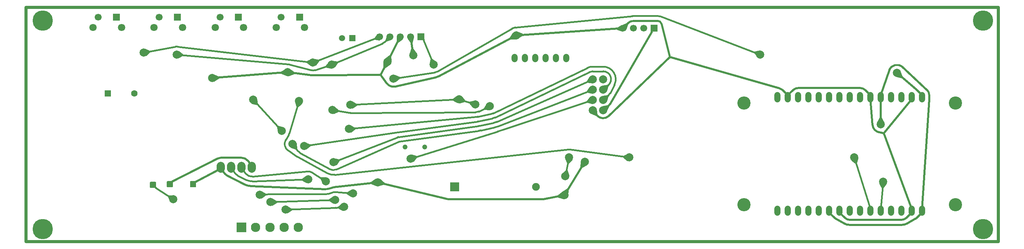
<source format=gbr>
%FSLAX44Y44*%
%OFA0.0000B0.0000*%
%SFA1B1*%
%MOMM*%
%AMFRECTNOHOLE10*
21,1,2.3000,2.3000,0.0000,0.0000,0*
%
%AMFRECTNOHOLE11*
21,1,1.7000,1.7000,0.0000,0.0000,0*
%
%AMFRECTNOHOLE12*
21,1,2.2000,2.2000,0.0000,0.0000,0*
%
%AMFRECTNOHOLE13*
21,1,1.6000,1.6000,0.0000,0.0000,0*
%
%AMFRECTNOHOLE14*
21,1,1.5000,1.5000,0.0000,0.0000,0*
%
%ADD10FRECTNOHOLE10*%
%ADD11FRECTNOHOLE11*%
%ADD12FRECTNOHOLE12*%
%ADD13FRECTNOHOLE13*%
%ADD14FRECTNOHOLE14*%
%ADD15C,0.7620X0.0000*%
%ADD16C,0.5000X0.0000*%
%ADD17C,0.4000X0.0000*%
%ADD18C,2.0000X0.0000*%
%ADD19C,0.0000X0.0000*%
%ADD20C,2.3000X0.0000*%
%ADD21C,1.7000X0.0000*%
%ADD22C,1.9000X0.0000*%
%ADD23C,1.6000X0.0000*%
%ADD24C,5.0000X0.0000*%
%ADD25C,1.5000X0.0000*%
%ADD26C,1.8000X0.0000*%
%ADD27C,3.2500X0.0000*%
%ADD28C,1.2192X0.0000*%
%LNÂåðõíèé0*%
%LPD*%
G36*
X281734Y-85265D2*
X270724Y-85265D1*
X270208Y-85197D1*
X269727Y-84998D1*
X269313Y-84681D1*
X268996Y-84267D1*
X268797Y-83786D1*
X268729Y-83270D1*
X268729Y-72260D1*
X268797Y-71744D1*
X268996Y-71263D1*
X269313Y-70849D1*
X269727Y-70532D1*
X270208Y-70333D1*
X270724Y-70265D1*
X281734Y-70265D1*
X282250Y-70333D1*
X282731Y-70532D1*
X283145Y-70849D1*
X283462Y-71263D1*
X283661Y-71744D1*
X283729Y-72260D1*
X283729Y-83270D1*
X283661Y-83786D1*
X283462Y-84267D1*
X283145Y-84681D1*
X282731Y-84998D1*
X282250Y-85197D1*
X281734Y-85265D1*
G37*
%LNÂåðõíèé1*%
%LPD*%
G36*
X311999Y-68677D2*
X323009Y-68677D1*
X323525Y-68745D1*
X324006Y-68944D1*
X324420Y-69261D1*
X324737Y-69675D1*
X324936Y-70156D1*
X325004Y-70672D1*
X325004Y-81682D1*
X324936Y-82198D1*
X324737Y-82679D1*
X324420Y-83093D1*
X324006Y-83410D1*
X323525Y-83609D1*
X323009Y-83677D1*
X311999Y-83677D1*
X311483Y-83609D1*
X311002Y-83410D1*
X310588Y-83093D1*
X310271Y-82679D1*
X310072Y-82198D1*
X310004Y-81682D1*
X310004Y-70672D1*
X310072Y-70156D1*
X310271Y-69675D1*
X310588Y-69261D1*
X311002Y-68944D1*
X311483Y-68745D1*
X311999Y-68677D1*
G37*
%LNÂåðõíèé2*%
%LPD*%
G36*
X380159Y-83677D2*
X369149Y-83677D1*
X368633Y-83609D1*
X368152Y-83410D1*
X367738Y-83093D1*
X367421Y-82679D1*
X367222Y-82198D1*
X367154Y-81682D1*
X367154Y-70672D1*
X367222Y-70156D1*
X367421Y-69675D1*
X367738Y-69261D1*
X368152Y-68944D1*
X368633Y-68745D1*
X369149Y-68677D1*
X380159Y-68677D1*
X380675Y-68745D1*
X381156Y-68944D1*
X381570Y-69261D1*
X381887Y-69675D1*
X382086Y-70156D1*
X382154Y-70672D1*
X382154Y-81682D1*
X382086Y-82198D1*
X381887Y-82679D1*
X381570Y-83093D1*
X381156Y-83410D1*
X380675Y-83609D1*
X380159Y-83677D1*
G37*
%LNÂåðõíèé*%
%LPD*%
G54D10*
X493569Y-182887D3*
G54D11*
X636393Y335196D3*
X486393Y335196D3*
X336393Y335196D3*
X186393Y335196D3*
X1508129Y307998D3*
X935041Y287272D3*
G54D12*
X1017591Y-82527D3*
G54D13*
X165104Y147660D3*
G54D14*
X766318Y284036D3*
G54D15*
X2353543Y-217554D2*
X2353543Y-217554D1*
X2353543Y359746D2*
X2353543Y-217554D1*
X-36107Y359746D2*
X2353543Y359746D1*
X-36107Y-217554D2*
X-36107Y359746D1*
X2353543Y-217554D2*
X-36107Y-217554D1*
G54D16*
X2152942Y156712D2*
X2104887Y197977D1*
G75*
G01X2153598Y156119D2*
G03X2152942Y156712I-12057J-12684D1*
G74*
X2166941Y143435D2*
X2153598Y156119D1*
X2166941Y138435D2*
X2166941Y143435D1*
X2039941Y143435D2*
X2039941Y138435D1*
X2026598Y156119D2*
X2039941Y143435D1*
G75*
G01X2026598Y156119D2*
G03X2014541Y160935I-12057J-12684D1*
G74*
X1862141Y160935D2*
X2014541Y160935D1*
G75*
G01X1862141Y160935D2*
G03X1850084Y156119I0J-17500D1*
G74*
X1836741Y143435D2*
X1850084Y156119D1*
X1836741Y138435D2*
X1836741Y143435D1*
X519275Y-30984D2*
X519275Y-34484D1*
X509623Y-18655D2*
X519275Y-30984D1*
G75*
G01X509623Y-18655D2*
G03X493875Y-10984I-15748J-12329D1*
G74*
X443075Y-10984D2*
X493875Y-10984D1*
G75*
G01X443075Y-10984D2*
G03X433999Y-13162I0J-20000D1*
G74*
X324302Y-69028D2*
X433999Y-13162D1*
G75*
G01X324302Y-69028D2*
G03X324215Y-69100I118J-233D1*
G74*
X324213Y-69102D2*
X324215Y-69100D1*
X317504Y-76177D2*
X324213Y-69102D1*
X852467Y225617D2*
X835803Y193216D1*
X2061599Y51654D2*
X2072979Y49690D1*
G75*
G01X2045065Y69759D2*
G03X2061599Y51654I19936J1604D1*
G74*
X2039941Y133435D2*
X2045065Y69759D1*
X2039941Y138435D2*
X2039941Y133435D1*
X2080369Y58564D2*
X2072979Y49690D1*
G75*
G01X2080369Y58564D2*
G03X2080489Y58709I-15368J12799D1*
G74*
X2141541Y133435D2*
X2080489Y58709D1*
X2141541Y138435D2*
X2141541Y133435D1*
X2141541Y-146565D2*
X2141541Y-141565D1*
X2128198Y-159249D2*
X2141541Y-146565D1*
G75*
G01X2116141Y-164065D2*
G03X2128198Y-159249I0J17500D1*
G74*
X1989141Y-164065D2*
X2116141Y-164065D1*
G75*
G01X1977084Y-159249D2*
G03X1989141Y-164065I12057J12684D1*
G74*
X1963741Y-146565D2*
X1977084Y-159249D1*
X1963741Y-141565D2*
X1963741Y-146565D1*
X1816150Y160261D2*
X1546768Y237253D1*
G75*
G01X1823398Y156119D2*
G03X1816150Y160261I-12057J-12684D1*
G74*
X1836741Y143435D2*
X1823398Y156119D1*
X1836741Y138435D2*
X1836741Y143435D1*
X851113Y172310D2*
X835803Y193216D1*
G75*
G01X851113Y172310D2*
G03X871698Y164628I16136J11817D1*
G74*
X972692Y187672D2*
X871698Y164628D1*
G75*
G01X972692Y187672D2*
G03X980488Y190578I-7007J30711D1*
G74*
X1168891Y290880D2*
X980488Y190578D1*
X669531Y192165D2*
X835803Y193216D1*
G75*
G01X665364Y192415D2*
G03X669531Y192165I3968J31249D1*
G74*
X607411Y199774D2*
X665364Y192415D1*
X2141541Y-136565D2*
X2072979Y49690D1*
X2141541Y-141565D2*
X2141541Y-136565D1*
X421500Y185621D2*
X607411Y199774D1*
X884241Y287272D2*
X852467Y225617D1*
X1526330Y318926D2*
X1546768Y237253D1*
G75*
G01X1526330Y318926D2*
G03X1516629Y326498I-9701J-2428D1*
G74*
X1457329Y326498D2*
X1516629Y326498D1*
G75*
G01X1457329Y326498D2*
G03X1443855Y320674I0J-18500D1*
G74*
X1431929Y307998D2*
X1443855Y320674D1*
X1396621Y92010D2*
X1546768Y237253D1*
G75*
G01X1366968Y94056D2*
G03X1396621Y92010I15748J12329D1*
G74*
X1357316Y106385D2*
X1366968Y94056D1*
X1431929Y307998D2*
X1168891Y290880D1*
X2065341Y133435D2*
X2065001Y71363D1*
X2065341Y138435D2*
X2065341Y133435D1*
X2065341Y143435D2*
X2065341Y138435D1*
X2085940Y204381D2*
X2065341Y143435D1*
G75*
G01X2118539Y212593D2*
G03X2085940Y204381I-13652J-14616D1*
G74*
X2178887Y156224D2*
X2118539Y212593D1*
G75*
G01X2184441Y143435D2*
G03X2178887Y156224I-17500J0D1*
G74*
X2184441Y133435D2*
X2184441Y143435D1*
G75*
G01X2184404Y132301D2*
G03X2184441Y133435I-17463J1134D1*
G74*
X2166941Y-136565D2*
X2184404Y132301D1*
X2166941Y-141565D2*
X2166941Y-136565D1*
X2166941Y-146565D2*
X2166941Y-141565D1*
X2153598Y-159249D2*
X2166941Y-146565D1*
G75*
G01X2150153Y-161799D2*
G03X2153598Y-159249I-8612J15234D1*
G74*
X2130905Y-172681D2*
X2150153Y-161799D1*
G75*
G01X2116141Y-176565D2*
G03X2130905Y-172681I0J30000D1*
G74*
X1989141Y-176565D2*
X2116141Y-176565D1*
G75*
G01X1974377Y-172681D2*
G03X1989141Y-176565I14764J26116D1*
G74*
X1955129Y-161799D2*
X1974377Y-172681D1*
G75*
G01X1951684Y-159249D2*
G03X1955129Y-161799I12057J12684D1*
G74*
X1938341Y-146565D2*
X1951684Y-159249D1*
X1938341Y-141565D2*
X1938341Y-146565D1*
X909641Y287272D2*
X916193Y241648D1*
X1395045Y116037D2*
X1382716Y106385D1*
G75*
G01X1395045Y116037D2*
G03X1400042Y121794I-12329J15748D1*
G74*
X1501795Y298249D2*
X1400042Y121794D1*
G75*
G01X1501795Y298249D2*
G03X1502129Y299498I-2166J1249D1*
G74*
X1502129Y301998D2*
X1502129Y299498D1*
X1508129Y307998D2*
X1502129Y301998D1*
X443075Y-37984D2*
X443075Y-34484D1*
X382007Y-69905D2*
X443075Y-37984D1*
X382002Y-69907D2*
X382007Y-69905D1*
X381986Y-69915D2*
X382002Y-69907D1*
X374654Y-76177D2*
X381986Y-69915D1*
X1001998Y-113130D2*
X828657Y-71318D1*
G75*
G01X1001998Y-113130D2*
G03X1002585Y-113200I587J2435D1*
G74*
X1235573Y-113200D2*
X1002585Y-113200D1*
G75*
G01X1235573Y-113200D2*
G03X1236038Y-113156I0J2505D1*
G74*
X1287483Y-103435D2*
X1236038Y-113156D1*
X443075Y-37984D2*
X443075Y-34484D1*
X452727Y-50313D2*
X443075Y-37984D1*
G75*
G01X452727Y-50313D2*
G03X459420Y-55817I15748J12329D1*
G74*
X499806Y-76324D2*
X459420Y-55817D1*
G75*
G01X499806Y-76324D2*
G03X517393Y-80943I19469J38340D1*
G74*
X700415Y-88960D2*
X517393Y-80943D1*
G75*
G01X700415Y-88960D2*
G03X710052Y-86935I868J19812D1*
G74*
X710265Y-86830D2*
X710052Y-86935D1*
G75*
G01X720466Y-83824D2*
G03X710265Y-86830I3578J-30956D1*
G74*
X828657Y-71318D2*
X720466Y-83824D1*
X1337428Y-20959D2*
X1287483Y-103435D1*
X2117026Y187553D2*
X2103238Y190661D1*
X2117026Y187553D2*
X2111870Y200713D1*
X845149Y211389D2*
X844968Y225521D1*
X845149Y211389D2*
X856750Y219461D1*
X1154768Y283361D2*
X1162675Y295076D1*
X1154768Y283361D2*
X1168901Y283380D1*
X623284Y197758D2*
X610064Y192759D1*
X623284Y197758D2*
X611734Y205903D1*
X591457Y198559D2*
X603402Y206113D1*
X591457Y198559D2*
X604408Y192901D1*
X437454Y186836D2*
X425509Y179282D1*
X437454Y186836D2*
X424503Y192494D1*
X859797Y239839D2*
X859967Y225707D1*
X859797Y239839D2*
X848189Y231777D1*
X877644Y274472D2*
X878248Y287549D1*
X877644Y274472D2*
X887944Y282551D1*
X1441796Y318486D2*
X1437615Y306082D1*
X1441796Y318486D2*
X1429669Y313556D1*
X1366968Y94056D2*
X1354347Y99498D1*
X1366968Y94056D2*
X1364715Y107614D1*
X1184857Y291919D2*
X1172829Y284497D1*
X1184857Y291919D2*
X1171969Y297719D1*
X1417559Y307063D2*
X1429080Y313279D1*
X1417559Y307063D2*
X1429788Y302393D1*
X2065089Y87363D2*
X2071645Y74843D1*
X2065089Y87363D2*
X2058395Y74915D1*
X913919Y257486D2*
X922251Y246070D1*
X913919Y257486D2*
X909135Y244186D1*
X911688Y273018D2*
X904597Y284022D1*
X911688Y273018D2*
X915395Y285572D1*
X1395045Y116037D2*
X1389603Y103416D1*
X1395045Y116037D2*
X1381487Y113784D1*
X844211Y-75070D2*
X830521Y-78582D1*
X844211Y-75070D2*
X833629Y-65702D1*
X1271761Y-106406D2*
X1282798Y-97578D1*
X1271761Y-106406D2*
X1285258Y-110598D1*
X812763Y-73155D2*
X824404Y-65141D1*
X812763Y-73155D2*
X825926Y-78303D1*
X1295771Y-89749D2*
X1294971Y-103860D1*
X1295771Y-89749D2*
X1283637Y-96996D1*
X1329140Y-34645D2*
X1329940Y-20534D1*
X1329140Y-34645D2*
X1341274Y-27398D1*
G54D17*
X592979Y55182D2*
X522029Y131898D1*
X668092Y-47853D2*
X701283Y-69148D1*
G75*
G01X668092Y-47853D2*
G03X655753Y-44850I-10530J-16413D1*
G74*
X521084Y-57400D2*
X655753Y-44850D1*
G75*
G01X504305Y-50479D2*
G03X521084Y-57400I14970J12495D1*
G74*
X493875Y-37984D2*
X504305Y-50479D1*
X493875Y-34484D2*
X493875Y-37984D1*
X520336Y-68966D2*
X657562Y-64266D1*
G75*
G01X505240Y-65625D2*
G03X520336Y-68966I14035J27641D1*
G74*
X485046Y-55371D2*
X505240Y-65625D1*
G75*
G01X478905Y-50479D2*
G03X485046Y-55371I14970J12495D1*
G74*
X468475Y-37984D2*
X478905Y-50479D1*
X468475Y-34484D2*
X468475Y-37984D1*
X2065341Y-136565D2*
X2070736Y-70315D1*
X2065341Y-141565D2*
X2065341Y-136565D1*
X1298913Y-10136D2*
X1289790Y-56761D1*
X1077075Y103044D2*
X1104030Y116266D1*
G75*
G01X1068573Y101051D2*
G03X1077075Y103044I-86J19500D1*
G74*
X761562Y99690D2*
X1068573Y101051D1*
G75*
G01X758181Y99970D2*
G03X761562Y99690I3295J19220D1*
G74*
X717230Y106991D2*
X758181Y99970D1*
X761476Y119190D2*
X1028629Y133459D1*
X1028629Y133459D2*
X1068487Y120551D1*
X2039941Y-136565D2*
X1999705Y-10251D1*
X2039941Y-141565D2*
X2039941Y-136565D1*
X1524485Y337048D2*
X1769050Y243553D1*
G75*
G01X1524485Y337048D2*
G03X1516629Y338498I-7856J-20550D1*
G74*
X1457329Y338498D2*
X1516629Y338498D1*
G75*
G01X1457329Y338498D2*
G03X1454364Y338354I0J-30500D1*
G74*
X1166996Y310288D2*
X1454364Y338354D1*
G75*
G01X1166996Y310288D2*
G03X1159127Y307759I1895J-19408D1*
G74*
X975449Y201504D2*
X1159127Y307759D1*
G75*
G01X968535Y199092D2*
G03X975449Y201504I-2850J19291D1*
G74*
X867249Y184127D2*
X968535Y199092D1*
X631983Y6056D2*
X619373Y23020D1*
G75*
G01X631983Y6056D2*
G03X638220Y612I15650J11634D1*
G74*
X710264Y-39096D2*
X638220Y612D1*
G75*
G01X710264Y-39096D2*
G03X727619Y-39827I9413J17078D1*
G74*
X881276Y28694D2*
X727619Y-39827D1*
G75*
G01X881821Y28849D2*
G03X881276Y28694I272J-1986D1*
G74*
X1077383Y55658D2*
X881821Y28849D1*
G75*
G01X1077383Y55658D2*
G03X1081952Y56450I-8896J64893D1*
G74*
X1115131Y63419D2*
X1081952Y56450D1*
G75*
G01X1115131Y63419D2*
G03X1123669Y65964I-11101J52847D1*
G74*
X1357316Y157185D2*
X1123669Y65964D1*
X878458Y51602D2*
X647633Y17690D1*
G75*
G01X878697Y51636D2*
G03X878458Y51602I3396J-24773D1*
G74*
X1074259Y78445D2*
X878697Y51636D1*
G75*
G01X1074259Y78445D2*
G03X1077224Y78959I-5772J42106D1*
G74*
X1110403Y85928D2*
X1077224Y78959D1*
G75*
G01X1110403Y85928D2*
G03X1117519Y88355I-6373J30338D1*
G74*
X1348831Y200142D2*
X1117519Y88355D1*
G75*
G01X1357316Y202085D2*
G03X1348831Y200142I0J-19500D1*
G74*
X1382716Y202085D2*
X1357316Y202085D1*
G75*
G01X1395211Y167615D2*
G03X1382716Y202085I-12495J14970D1*
G74*
X1382716Y157185D2*
X1395211Y167615D1*
X877184Y39444D2*
X719677Y-22018D1*
G75*
G01X880259Y40243D2*
G03X877184Y39444I1834J-13380D1*
G74*
X1075821Y67051D2*
X880259Y40243D1*
G75*
G01X1075821Y67051D2*
G03X1079588Y67704I-7334J53500D1*
G74*
X1112767Y74674D2*
X1079588Y67704D1*
G75*
G01X1112767Y74674D2*
G03X1121326Y77445I-8737J41592D1*
G74*
X1357316Y182585D2*
X1121326Y77445D1*
X1071398Y89688D2*
X757595Y60095D1*
G75*
G01X1071398Y89688D2*
G03X1074860Y90213I-2911J30863D1*
G74*
X1108039Y97182D2*
X1074860Y90213D1*
G75*
G01X1108039Y97182D2*
G03X1112515Y98709I-4009J19084D1*
G74*
X1343827Y210496D2*
X1112515Y98709D1*
G75*
G01X1357316Y213585D2*
G03X1343827Y210496I0J-31000D1*
G74*
X1382716Y213585D2*
X1357316Y213585D1*
G75*
G01X1410357Y168550D2*
G03X1382716Y213585I-27641J14035D1*
G74*
X1400103Y148356D2*
X1410357Y168550D1*
G75*
G01X1395211Y142215D2*
G03X1400103Y148356I-12495J14970D1*
G74*
X1382716Y131785D2*
X1395211Y142215D1*
X1123542Y53740D2*
X909742Y-12979D1*
G75*
G01X1123542Y53740D2*
G03X1124775Y54138I-19512J62526D1*
G74*
X1357316Y131785D2*
X1124775Y54138D1*
X941686Y278025D2*
X965685Y218383D1*
G75*
G01X941541Y278772D2*
G03X941686Y278025I2000J0D1*
G74*
X941541Y280772D2*
X941541Y278772D1*
X935041Y287272D2*
X941541Y280772D1*
X675615Y205204D2*
X715479Y218773D1*
G75*
G01X664321Y204819D2*
G03X675615Y205204I5011J18845D1*
G74*
X612422Y218619D2*
X664321Y204819D1*
G75*
G01X612422Y218619D2*
G03X609137Y219197I-5011J-18845D1*
G74*
X334471Y243606D2*
X609137Y219197D1*
X840347Y270649D2*
X715479Y218773D1*
G75*
G01X840347Y270649D2*
G03X846197Y274572I-6906J16623D1*
G74*
X858841Y287272D2*
X846197Y274572D1*
X611053Y230559D2*
X669332Y223664D1*
X611049Y230560D2*
X611053Y230559D1*
X336759Y262971D2*
X611049Y230560D1*
G75*
G01X336759Y262971D2*
G03X330893Y262775I-2288J-19365D1*
G74*
X253420Y248314D2*
X330893Y262775D1*
X833441Y287272D2*
X669332Y223664D1*
X1301504Y9191D2*
X1447112Y-10332D1*
G75*
G01X1301504Y9191D2*
G03X1296815Y9251I-2591J-19327D1*
G74*
X723012Y-52838D2*
X1296815Y9251D1*
G75*
G01X704713Y-49167D2*
G03X723012Y-52838I14964J27149D1*
G74*
X632669Y-9459D2*
X704713Y-49167D1*
G75*
G01X630185Y-7934D2*
G03X632669Y-9459I17448J25624D1*
G74*
X608398Y6902D2*
X630185Y-7934D1*
G75*
G01X602527Y32841D2*
G03X608398Y6902I16846J-9821D1*
G74*
X609825Y45361D2*
X602527Y32841D1*
G75*
G01X609825Y45361D2*
G03X611691Y49696I-16846J9821D1*
G74*
X634893Y128836D2*
X611691Y49696D1*
X724044Y-114780D2*
X564863Y-120299D1*
X563871Y-100824D2*
X538459Y-102119D1*
G75*
G01X564865Y-100799D2*
G03X563871Y-100824I-2J-19500D1*
G74*
X701280Y-100810D2*
X564865Y-100799D1*
G75*
G01X701280Y-100810D2*
G03X715283Y-97547I3J31662D1*
G74*
X715496Y-97441D2*
X715283Y-97547D1*
G75*
G01X725525Y-95506D2*
G03X715496Y-97441I-1481J-19274D1*
G74*
X767731Y-98749D2*
X725525Y-95506D1*
X724782Y-134266D2*
X601677Y-138928D1*
G75*
G01X724782Y-134266D2*
G03X725908Y-134191I-738J19486D1*
G74*
X745978Y-132263D2*
X725908Y-134191D1*
X283001Y-84897D2*
X326167Y-113616D1*
X282947Y-84850D2*
X283001Y-84897D1*
X282938Y-84839D2*
X282947Y-84850D1*
X276229Y-77765D2*
X282938Y-84839D1*
X532078Y121032D2*
X520024Y124153D1*
X532078Y121032D2*
X529906Y133293D1*
X582930Y66048D2*
X594984Y62927D1*
X582930Y66048D2*
X585102Y53787D1*
X688826Y-61156D2*
X701277Y-61148D1*
X688826Y-61156D2*
X694009Y-72478D1*
X642771Y-64773D2*
X653009Y-57688D1*
X642771Y-64773D2*
X653471Y-71140D1*
X2069535Y-85066D2*
X2063677Y-74079D1*
X2069535Y-85066D2*
X2077093Y-75171D1*
X1292632Y-42236D2*
X1297225Y-53809D1*
X1292632Y-42236D2*
X1284015Y-51225D1*
X1296071Y-24661D2*
X1291478Y-13088D1*
X1296071Y-24661D2*
X1304688Y-15672D1*
X1090742Y109748D2*
X1097183Y120405D1*
X1090742Y109748D2*
X1103111Y108319D1*
X731817Y104490D2*
X720355Y99626D1*
X731817Y104490D2*
X722629Y112894D1*
X1013850Y132670D2*
X1023952Y139949D1*
X1013850Y132670D2*
X1024670Y126507D1*
X776255Y119979D2*
X766153Y112700D1*
X776255Y119979D2*
X765435Y126142D1*
X1054407Y125111D2*
X1066447Y128286D1*
X1054407Y125111D2*
X1062299Y115480D1*
X1042709Y128899D2*
X1030669Y125724D1*
X1042709Y128899D2*
X1034817Y138530D1*
X2004197Y-24353D2*
X1994604Y-16414D1*
X2004197Y-24353D2*
X2007430Y-12328D1*
X1755226Y248838D2*
X1767414Y251384D1*
X1755226Y248838D2*
X1762608Y238810D1*
X881890Y186290D2*
X872511Y178101D1*
X881890Y186290D2*
X870543Y191417D1*
X628202Y11142D2*
X616551Y15534D1*
X628202Y11142D2*
X627355Y23564D1*
X1343529Y151802D2*
X1350840Y161882D1*
X1343529Y151802D2*
X1355736Y149342D1*
X662276Y19841D2*
X652889Y11659D1*
X662276Y19841D2*
X650933Y24977D1*
X1394078Y166669D2*
X1390349Y154789D1*
X1394078Y166669D2*
X1381723Y165123D1*
X733464Y-16638D2*
X726152Y-26716D1*
X733464Y-16638D2*
X721258Y-14176D1*
X1343797Y176562D2*
X1350627Y186973D1*
X1343797Y176562D2*
X1356105Y174677D1*
X772330Y61485D2*
X762532Y53800D1*
X772330Y61485D2*
X761268Y67202D1*
X1394078Y141269D2*
X1390349Y129389D1*
X1394078Y141269D2*
X1381723Y139723D1*
X923870Y-8570D2*
X915875Y-18116D1*
X923870Y-8570D2*
X911865Y-5266D1*
X1343278Y127098D2*
X1351083Y136800D1*
X1343278Y127098D2*
X1355345Y124032D1*
X960160Y232113D2*
X970315Y224908D1*
X960160Y232113D2*
X957827Y219882D1*
X701468Y214004D2*
X709216Y223752D1*
X701468Y214004D2*
X713554Y211008D1*
X349213Y242296D2*
X338182Y236519D1*
X349213Y242296D2*
X339374Y249927D1*
X729146Y224451D2*
X722054Y214217D1*
X729146Y224451D2*
X716890Y226647D1*
X849457Y277847D2*
X852581Y289022D1*
X849457Y277847D2*
X860619Y281020D1*
X654635Y225403D2*
X665829Y230856D1*
X654635Y225403D2*
X664247Y217488D1*
X267969Y251030D2*
X258906Y242492D1*
X267969Y251030D2*
X256436Y255724D1*
X683132Y229013D2*
X675797Y218951D1*
X683132Y229013D2*
X670931Y231503D1*
X821040Y282465D2*
X828429Y291412D1*
X821040Y282465D2*
X832529Y280836D1*
X1432443Y-8365D2*
X1443721Y-3086D1*
X1432443Y-8365D2*
X1441931Y-16428D1*
X630729Y114634D2*
X627217Y126580D1*
X630729Y114634D2*
X640135Y122792D1*
X579654Y-119786D2*
X569418Y-126875D1*
X579654Y-119786D2*
X568952Y-113423D1*
X709253Y-115293D2*
X719489Y-108204D1*
X709253Y-115293D2*
X719955Y-121656D1*
X553240Y-101366D2*
X543120Y-108621D1*
X553240Y-101366D2*
X542436Y-95177D1*
X752974Y-97615D2*
X763935Y-91707D1*
X752974Y-97615D2*
X762903Y-105129D1*
X616466Y-138368D2*
X606253Y-145490D1*
X616466Y-138368D2*
X605743Y-132038D1*
X731246Y-133678D2*
X741031Y-125976D1*
X731246Y-133678D2*
X742317Y-139376D1*
X313845Y-105418D2*
X326295Y-105617D1*
X313845Y-105418D2*
X318839Y-116825D1*
G54D18*
X1382716Y182585D3*
X1382716Y157185D3*
X1382716Y131785D3*
X1382716Y106385D3*
X1357316Y182585D3*
X1357316Y157185D3*
X1357316Y131785D3*
X1357316Y106385D3*
X519275Y-37984D2*
X519275Y-30984D1*
X493875Y-37984D2*
X493875Y-30984D1*
X468475Y-37984D2*
X468475Y-30984D1*
X443075Y-37984D2*
X443075Y-30984D1*
X701283Y-69148D3*
X657562Y-64266D3*
X669332Y223664D3*
X1447112Y-10332D3*
X2070736Y-70315D3*
X326167Y-113616D3*
X1168891Y290880D3*
X965685Y218383D3*
X852467Y225617D3*
X1999705Y-10251D3*
X607411Y199774D3*
X828657Y-71318D3*
X1287483Y-103435D3*
X715479Y218773D3*
X1104030Y116266D3*
X1068487Y120551D3*
X421500Y185621D3*
X522029Y131898D3*
X592979Y55182D3*
X717230Y106991D3*
X1028629Y133459D3*
X761476Y119190D3*
X1769050Y243553D3*
X867249Y184127D3*
X2104887Y197977D3*
X619373Y23020D3*
X647633Y17690D3*
X719677Y-22018D3*
X757595Y60095D3*
X909742Y-12979D3*
X334471Y243606D3*
X253420Y248314D3*
X634893Y128836D3*
X564863Y-120299D3*
X724044Y-114780D3*
X538459Y-102119D3*
X767731Y-98749D3*
X601677Y-138928D3*
X745978Y-132263D3*
X2065001Y71363D3*
X916193Y241648D3*
X1337428Y-20959D3*
X1298913Y-10136D3*
X1289790Y-56761D3*
G54D20*
X633569Y-182887D3*
X598569Y-182887D3*
X563569Y-182887D3*
X528569Y-182887D3*
G54D21*
X591393Y335196D3*
X441393Y335196D3*
X291393Y335196D3*
X141393Y335196D3*
X1431929Y307998D3*
X1457329Y307998D3*
X1482729Y307998D3*
X833441Y287272D3*
X858841Y287272D3*
X884241Y287272D3*
X909641Y287272D3*
G54D22*
X1217591Y-82527D3*
G54D23*
X230104Y147660D3*
G54D24*
X2316169Y-187297D3*
X2316169Y327053D3*
X4769Y-187297D3*
X4769Y327053D3*
G54D25*
X1938341Y-146565D2*
X1938341Y-136565D1*
X1963741Y-146565D2*
X1963741Y-136565D1*
X2141541Y-146565D2*
X2141541Y-136565D1*
X2166941Y-146565D2*
X2166941Y-136565D1*
X2141541Y133435D2*
X2141541Y143435D1*
X2065341Y133435D2*
X2065341Y143435D1*
X2039941Y133435D2*
X2039941Y143435D1*
X1963741Y133435D2*
X1963741Y143435D1*
X1938341Y133435D2*
X1938341Y143435D1*
X1912941Y133435D2*
X1912941Y143435D1*
X1887541Y133435D2*
X1887541Y143435D1*
X1862141Y133435D2*
X1862141Y143435D1*
X1811341Y-146565D2*
X1811341Y-136565D1*
X1836741Y-146565D2*
X1836741Y-136565D1*
X1862141Y-146565D2*
X1862141Y-136565D1*
X1912941Y-146565D2*
X1912941Y-136565D1*
X1887541Y-146565D2*
X1887541Y-136565D1*
X1989141Y-146565D2*
X1989141Y-136565D1*
X2014541Y-146565D2*
X2014541Y-136565D1*
X2039941Y-146565D2*
X2039941Y-136565D1*
X2065341Y-146565D2*
X2065341Y-136565D1*
X2090741Y-146565D2*
X2090741Y-136565D1*
X2116141Y-146565D2*
X2116141Y-136565D1*
X2166941Y133435D2*
X2166941Y143435D1*
X2116141Y133435D2*
X2116141Y143435D1*
X2090741Y133435D2*
X2090741Y143435D1*
X2014541Y133435D2*
X2014541Y143435D1*
X1989141Y133435D2*
X1989141Y143435D1*
X1836741Y133435D2*
X1836741Y143435D1*
X1811341Y133435D2*
X1811341Y143435D1*
X1292229Y232470D2*
X1292229Y237470D1*
X1266829Y232468D2*
X1266829Y237468D1*
X1241429Y232473D2*
X1241429Y237473D1*
X1216029Y232473D2*
X1216029Y237473D1*
X1190629Y232473D2*
X1190629Y237473D1*
X1165229Y232473D2*
X1165229Y237473D1*
X740918Y284036D3*
G54D26*
X648893Y310196D3*
X578893Y310196D3*
X498893Y310196D3*
X428893Y310196D3*
X348893Y310196D3*
X278893Y310196D3*
X198893Y310196D3*
X128893Y310196D3*
G54D27*
X2249141Y-126565D3*
X1729141Y-126565D3*
X1729141Y123435D3*
X2249141Y123435D3*
G54D28*
X895570Y15253D3*
X943830Y15253D3*
M02*

</source>
